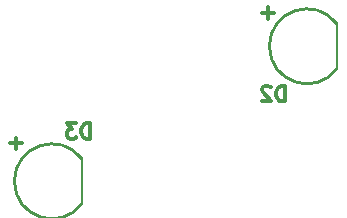
<source format=gbr>
G04 #@! TF.GenerationSoftware,KiCad,Pcbnew,(5.1.0)-1*
G04 #@! TF.CreationDate,2020-11-16T17:40:50+00:00*
G04 #@! TF.ProjectId,Jam Jar Solar PCB,4a616d20-4a61-4722-9053-6f6c61722050,rev?*
G04 #@! TF.SameCoordinates,Original*
G04 #@! TF.FileFunction,Legend,Bot*
G04 #@! TF.FilePolarity,Positive*
%FSLAX46Y46*%
G04 Gerber Fmt 4.6, Leading zero omitted, Abs format (unit mm)*
G04 Created by KiCad (PCBNEW (5.1.0)-1) date 2020-11-16 17:40:50*
%MOMM*%
%LPD*%
G04 APERTURE LIST*
%ADD10C,0.254000*%
%ADD11C,0.203200*%
%ADD12C,0.300000*%
G04 APERTURE END LIST*
D10*
X172971997Y-83187668D02*
G75*
G02X172974000Y-79375000I-2537997J1907668D01*
G01*
D11*
X173024800Y-79375000D02*
X173024800Y-83185000D01*
D10*
X194561997Y-71757668D02*
G75*
G02X194564000Y-67945000I-2537997J1907668D01*
G01*
D11*
X194614800Y-67945000D02*
X194614800Y-71755000D01*
D12*
X173679523Y-77677095D02*
X173679523Y-76377095D01*
X173370000Y-76377095D01*
X173184285Y-76439000D01*
X173060476Y-76562809D01*
X172998571Y-76686619D01*
X172936666Y-76934238D01*
X172936666Y-77119952D01*
X172998571Y-77367571D01*
X173060476Y-77491380D01*
X173184285Y-77615190D01*
X173370000Y-77677095D01*
X173679523Y-77677095D01*
X172503333Y-76377095D02*
X171698571Y-76377095D01*
X172131904Y-76872333D01*
X171946190Y-76872333D01*
X171822380Y-76934238D01*
X171760476Y-76996142D01*
X171698571Y-77119952D01*
X171698571Y-77429476D01*
X171760476Y-77553285D01*
X171822380Y-77615190D01*
X171946190Y-77677095D01*
X172317619Y-77677095D01*
X172441428Y-77615190D01*
X172503333Y-77553285D01*
X167881238Y-78070857D02*
X166890761Y-78070857D01*
X167386000Y-78566095D02*
X167386000Y-77575619D01*
X190189523Y-74502095D02*
X190189523Y-73202095D01*
X189880000Y-73202095D01*
X189694285Y-73264000D01*
X189570476Y-73387809D01*
X189508571Y-73511619D01*
X189446666Y-73759238D01*
X189446666Y-73944952D01*
X189508571Y-74192571D01*
X189570476Y-74316380D01*
X189694285Y-74440190D01*
X189880000Y-74502095D01*
X190189523Y-74502095D01*
X188951428Y-73325904D02*
X188889523Y-73264000D01*
X188765714Y-73202095D01*
X188456190Y-73202095D01*
X188332380Y-73264000D01*
X188270476Y-73325904D01*
X188208571Y-73449714D01*
X188208571Y-73573523D01*
X188270476Y-73759238D01*
X189013333Y-74502095D01*
X188208571Y-74502095D01*
X189217238Y-67021857D02*
X188226761Y-67021857D01*
X188722000Y-67517095D02*
X188722000Y-66526619D01*
M02*

</source>
